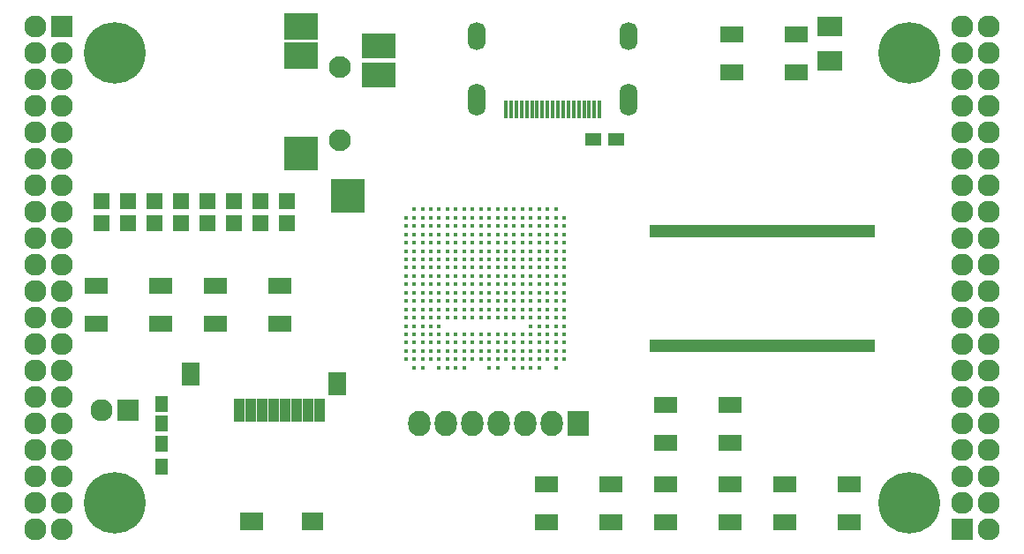
<source format=gts>
G04 #@! TF.FileFunction,Soldermask,Top*
%FSLAX46Y46*%
G04 Gerber Fmt 4.6, Leading zero omitted, Abs format (unit mm)*
G04 Created by KiCad (PCBNEW 4.0.5+dfsg1-4) date Thu May 18 12:18:00 2017*
%MOMM*%
%LPD*%
G01*
G04 APERTURE LIST*
%ADD10C,0.100000*%
%ADD11C,0.430000*%
%ADD12R,2.432000X1.924000*%
%ADD13R,1.100000X2.200000*%
%ADD14R,2.000000X1.800000*%
%ADD15R,2.200000X1.800000*%
%ADD16R,1.800000X2.300000*%
%ADD17R,2.200000X1.500000*%
%ADD18R,1.598880X1.598880*%
%ADD19R,3.200000X2.600000*%
%ADD20R,3.200000X3.200000*%
%ADD21R,3.200000X2.400000*%
%ADD22C,2.100000*%
%ADD23R,0.960000X1.300000*%
%ADD24O,1.700000X3.100000*%
%ADD25O,1.700000X2.700000*%
%ADD26R,0.350000X1.700000*%
%ADD27R,2.127200X2.127200*%
%ADD28O,2.127200X2.127200*%
%ADD29C,5.900000*%
%ADD30R,1.600000X1.300000*%
%ADD31R,2.127200X2.432000*%
%ADD32O,2.127200X2.432000*%
%ADD33R,1.150000X1.600000*%
%ADD34R,1.300000X1.600000*%
G04 APERTURE END LIST*
D10*
D11*
X131680000Y-80200000D03*
X132480000Y-80200000D03*
X133280000Y-80200000D03*
X134080000Y-80200000D03*
X134880000Y-80200000D03*
X135680000Y-80200000D03*
X136480000Y-80200000D03*
X137280000Y-80200000D03*
X138080000Y-80200000D03*
X138880000Y-80200000D03*
X139680000Y-80200000D03*
X140480000Y-80200000D03*
X141280000Y-80200000D03*
X142080000Y-80200000D03*
X142880000Y-80200000D03*
X143680000Y-80200000D03*
X144480000Y-80200000D03*
X145280000Y-80200000D03*
X130880000Y-81000000D03*
X131680000Y-81000000D03*
X132480000Y-81000000D03*
X133280000Y-81000000D03*
X134080000Y-81000000D03*
X134880000Y-81000000D03*
X135680000Y-81000000D03*
X136480000Y-81000000D03*
X137280000Y-81000000D03*
X138080000Y-81000000D03*
X138880000Y-81000000D03*
X139680000Y-81000000D03*
X140480000Y-81000000D03*
X141280000Y-81000000D03*
X142080000Y-81000000D03*
X142880000Y-81000000D03*
X143680000Y-81000000D03*
X144480000Y-81000000D03*
X145280000Y-81000000D03*
X146080000Y-81000000D03*
X130880000Y-81800000D03*
X131680000Y-81800000D03*
X132480000Y-81800000D03*
X133280000Y-81800000D03*
X134080000Y-81800000D03*
X134880000Y-81800000D03*
X135680000Y-81800000D03*
X136480000Y-81800000D03*
X137280000Y-81800000D03*
X138080000Y-81800000D03*
X138880000Y-81800000D03*
X139680000Y-81800000D03*
X140480000Y-81800000D03*
X141280000Y-81800000D03*
X142080000Y-81800000D03*
X142880000Y-81800000D03*
X143680000Y-81800000D03*
X144480000Y-81800000D03*
X145280000Y-81800000D03*
X146080000Y-81800000D03*
X130880000Y-82600000D03*
X131680000Y-82600000D03*
X132480000Y-82600000D03*
X133280000Y-82600000D03*
X134080000Y-82600000D03*
X134880000Y-82600000D03*
X135680000Y-82600000D03*
X136480000Y-82600000D03*
X137280000Y-82600000D03*
X138080000Y-82600000D03*
X138880000Y-82600000D03*
X139680000Y-82600000D03*
X140480000Y-82600000D03*
X141280000Y-82600000D03*
X142080000Y-82600000D03*
X142880000Y-82600000D03*
X143680000Y-82600000D03*
X144480000Y-82600000D03*
X145280000Y-82600000D03*
X146080000Y-82600000D03*
X130880000Y-83400000D03*
X131680000Y-83400000D03*
X132480000Y-83400000D03*
X133280000Y-83400000D03*
X134080000Y-83400000D03*
X134880000Y-83400000D03*
X135680000Y-83400000D03*
X136480000Y-83400000D03*
X137280000Y-83400000D03*
X138080000Y-83400000D03*
X138880000Y-83400000D03*
X139680000Y-83400000D03*
X140480000Y-83400000D03*
X141280000Y-83400000D03*
X142080000Y-83400000D03*
X142880000Y-83400000D03*
X143680000Y-83400000D03*
X144480000Y-83400000D03*
X145280000Y-83400000D03*
X146080000Y-83400000D03*
X130880000Y-84200000D03*
X131680000Y-84200000D03*
X132480000Y-84200000D03*
X133280000Y-84200000D03*
X134080000Y-84200000D03*
X134880000Y-84200000D03*
X135680000Y-84200000D03*
X136480000Y-84200000D03*
X137280000Y-84200000D03*
X138080000Y-84200000D03*
X138880000Y-84200000D03*
X139680000Y-84200000D03*
X140480000Y-84200000D03*
X141280000Y-84200000D03*
X142080000Y-84200000D03*
X142880000Y-84200000D03*
X143680000Y-84200000D03*
X144480000Y-84200000D03*
X145280000Y-84200000D03*
X146080000Y-84200000D03*
X130880000Y-85000000D03*
X131680000Y-85000000D03*
X132480000Y-85000000D03*
X133280000Y-85000000D03*
X134080000Y-85000000D03*
X134880000Y-85000000D03*
X135680000Y-85000000D03*
X136480000Y-85000000D03*
X137280000Y-85000000D03*
X138080000Y-85000000D03*
X138880000Y-85000000D03*
X139680000Y-85000000D03*
X140480000Y-85000000D03*
X141280000Y-85000000D03*
X142080000Y-85000000D03*
X142880000Y-85000000D03*
X143680000Y-85000000D03*
X144480000Y-85000000D03*
X145280000Y-85000000D03*
X146080000Y-85000000D03*
X130880000Y-85800000D03*
X131680000Y-85800000D03*
X132480000Y-85800000D03*
X133280000Y-85800000D03*
X134080000Y-85800000D03*
X134880000Y-85800000D03*
X135680000Y-85800000D03*
X136480000Y-85800000D03*
X137280000Y-85800000D03*
X138080000Y-85800000D03*
X138880000Y-85800000D03*
X139680000Y-85800000D03*
X140480000Y-85800000D03*
X141280000Y-85800000D03*
X142080000Y-85800000D03*
X142880000Y-85800000D03*
X143680000Y-85800000D03*
X144480000Y-85800000D03*
X145280000Y-85800000D03*
X146080000Y-85800000D03*
X130880000Y-86600000D03*
X131680000Y-86600000D03*
X132480000Y-86600000D03*
X133280000Y-86600000D03*
X134080000Y-86600000D03*
X134880000Y-86600000D03*
X135680000Y-86600000D03*
X136480000Y-86600000D03*
X137280000Y-86600000D03*
X138080000Y-86600000D03*
X138880000Y-86600000D03*
X139680000Y-86600000D03*
X140480000Y-86600000D03*
X141280000Y-86600000D03*
X142080000Y-86600000D03*
X142880000Y-86600000D03*
X143680000Y-86600000D03*
X144480000Y-86600000D03*
X145280000Y-86600000D03*
X146080000Y-86600000D03*
X130880000Y-87400000D03*
X131680000Y-87400000D03*
X132480000Y-87400000D03*
X133280000Y-87400000D03*
X134080000Y-87400000D03*
X134880000Y-87400000D03*
X135680000Y-87400000D03*
X136480000Y-87400000D03*
X137280000Y-87400000D03*
X138080000Y-87400000D03*
X138880000Y-87400000D03*
X139680000Y-87400000D03*
X140480000Y-87400000D03*
X141280000Y-87400000D03*
X142080000Y-87400000D03*
X142880000Y-87400000D03*
X143680000Y-87400000D03*
X144480000Y-87400000D03*
X145280000Y-87400000D03*
X146080000Y-87400000D03*
X130880000Y-88200000D03*
X131680000Y-88200000D03*
X132480000Y-88200000D03*
X133280000Y-88200000D03*
X134080000Y-88200000D03*
X134880000Y-88200000D03*
X135680000Y-88200000D03*
X136480000Y-88200000D03*
X137280000Y-88200000D03*
X138080000Y-88200000D03*
X138880000Y-88200000D03*
X139680000Y-88200000D03*
X140480000Y-88200000D03*
X141280000Y-88200000D03*
X142080000Y-88200000D03*
X142880000Y-88200000D03*
X143680000Y-88200000D03*
X144480000Y-88200000D03*
X145280000Y-88200000D03*
X146080000Y-88200000D03*
X130880000Y-89000000D03*
X131680000Y-89000000D03*
X132480000Y-89000000D03*
X133280000Y-89000000D03*
X134080000Y-89000000D03*
X134880000Y-89000000D03*
X135680000Y-89000000D03*
X136480000Y-89000000D03*
X137280000Y-89000000D03*
X138080000Y-89000000D03*
X138880000Y-89000000D03*
X139680000Y-89000000D03*
X140480000Y-89000000D03*
X141280000Y-89000000D03*
X142080000Y-89000000D03*
X142880000Y-89000000D03*
X143680000Y-89000000D03*
X144480000Y-89000000D03*
X145280000Y-89000000D03*
X146080000Y-89000000D03*
X130880000Y-89800000D03*
X131680000Y-89800000D03*
X132480000Y-89800000D03*
X133280000Y-89800000D03*
X134080000Y-89800000D03*
X134880000Y-89800000D03*
X135680000Y-89800000D03*
X136480000Y-89800000D03*
X137280000Y-89800000D03*
X138080000Y-89800000D03*
X138880000Y-89800000D03*
X139680000Y-89800000D03*
X140480000Y-89800000D03*
X141280000Y-89800000D03*
X142080000Y-89800000D03*
X142880000Y-89800000D03*
X143680000Y-89800000D03*
X144480000Y-89800000D03*
X145280000Y-89800000D03*
X146080000Y-89800000D03*
X130880000Y-90600000D03*
X131680000Y-90600000D03*
X132480000Y-90600000D03*
X133280000Y-90600000D03*
X134080000Y-90600000D03*
X134880000Y-90600000D03*
X135680000Y-90600000D03*
X136480000Y-90600000D03*
X137280000Y-90600000D03*
X138080000Y-90600000D03*
X138880000Y-90600000D03*
X139680000Y-90600000D03*
X140480000Y-90600000D03*
X141280000Y-90600000D03*
X142080000Y-90600000D03*
X142880000Y-90600000D03*
X143680000Y-90600000D03*
X144480000Y-90600000D03*
X145280000Y-90600000D03*
X146080000Y-90600000D03*
X130880000Y-91400000D03*
X131680000Y-91400000D03*
X132480000Y-91400000D03*
X133280000Y-91400000D03*
X134080000Y-91400000D03*
X142880000Y-91400000D03*
X143680000Y-91400000D03*
X144480000Y-91400000D03*
X145280000Y-91400000D03*
X146080000Y-91400000D03*
X130880000Y-92200000D03*
X131680000Y-92200000D03*
X132480000Y-92200000D03*
X133280000Y-92200000D03*
X134080000Y-92200000D03*
X134880000Y-92200000D03*
X135680000Y-92200000D03*
X136480000Y-92200000D03*
X137280000Y-92200000D03*
X138080000Y-92200000D03*
X138880000Y-92200000D03*
X139680000Y-92200000D03*
X140480000Y-92200000D03*
X141280000Y-92200000D03*
X142080000Y-92200000D03*
X142880000Y-92200000D03*
X143680000Y-92200000D03*
X144480000Y-92200000D03*
X145280000Y-92200000D03*
X146080000Y-92200000D03*
X130880000Y-93000000D03*
X131680000Y-93000000D03*
X132480000Y-93000000D03*
X133280000Y-93000000D03*
X134080000Y-93000000D03*
X134880000Y-93000000D03*
X135680000Y-93000000D03*
X136480000Y-93000000D03*
X137280000Y-93000000D03*
X138080000Y-93000000D03*
X138880000Y-93000000D03*
X139680000Y-93000000D03*
X140480000Y-93000000D03*
X141280000Y-93000000D03*
X142080000Y-93000000D03*
X142880000Y-93000000D03*
X143680000Y-93000000D03*
X144480000Y-93000000D03*
X145280000Y-93000000D03*
X146080000Y-93000000D03*
X130880000Y-93800000D03*
X131680000Y-93800000D03*
X132480000Y-93800000D03*
X133280000Y-93800000D03*
X134080000Y-93800000D03*
X134880000Y-93800000D03*
X135680000Y-93800000D03*
X136480000Y-93800000D03*
X137280000Y-93800000D03*
X138080000Y-93800000D03*
X138880000Y-93800000D03*
X139680000Y-93800000D03*
X140480000Y-93800000D03*
X141280000Y-93800000D03*
X142080000Y-93800000D03*
X142880000Y-93800000D03*
X143680000Y-93800000D03*
X144480000Y-93800000D03*
X145280000Y-93800000D03*
X146080000Y-93800000D03*
X130880000Y-94600000D03*
X131680000Y-94600000D03*
X132480000Y-94600000D03*
X133280000Y-94600000D03*
X134080000Y-94600000D03*
X134880000Y-94600000D03*
X135680000Y-94600000D03*
X136480000Y-94600000D03*
X137280000Y-94600000D03*
X138080000Y-94600000D03*
X138880000Y-94600000D03*
X139680000Y-94600000D03*
X140480000Y-94600000D03*
X141280000Y-94600000D03*
X142080000Y-94600000D03*
X142880000Y-94600000D03*
X143680000Y-94600000D03*
X144480000Y-94600000D03*
X145280000Y-94600000D03*
X146080000Y-94600000D03*
X131680000Y-95400000D03*
X132480000Y-95400000D03*
X134080000Y-95400000D03*
X134880000Y-95400000D03*
X135680000Y-95400000D03*
X136480000Y-95400000D03*
X138880000Y-95400000D03*
X139680000Y-95400000D03*
X141280000Y-95400000D03*
X142080000Y-95400000D03*
X142880000Y-95400000D03*
X143680000Y-95400000D03*
X145280000Y-95400000D03*
D12*
X171570000Y-65992000D03*
X171570000Y-62690000D03*
D13*
X114930000Y-99520000D03*
X116030000Y-99520000D03*
X117130000Y-99520000D03*
X118230000Y-99520000D03*
X119330000Y-99520000D03*
X120430000Y-99520000D03*
X121530000Y-99520000D03*
X122630000Y-99520000D03*
D14*
X121920000Y-110120000D03*
D15*
X116120000Y-110120000D03*
D16*
X124320000Y-96970000D03*
X110270000Y-95970000D03*
D17*
X101160000Y-87510000D03*
X107360000Y-87510000D03*
X101160000Y-91210000D03*
X107360000Y-91210000D03*
X112590000Y-87510000D03*
X118790000Y-87510000D03*
X112590000Y-91210000D03*
X118790000Y-91210000D03*
X155770000Y-98940000D03*
X161970000Y-98940000D03*
X155770000Y-102640000D03*
X161970000Y-102640000D03*
X161970000Y-110260000D03*
X155770000Y-110260000D03*
X161970000Y-106560000D03*
X155770000Y-106560000D03*
X150540000Y-110260000D03*
X144340000Y-110260000D03*
X150540000Y-106560000D03*
X144340000Y-106560000D03*
X173400000Y-110260000D03*
X167200000Y-110260000D03*
X173400000Y-106560000D03*
X167200000Y-106560000D03*
D18*
X119500000Y-81519020D03*
X119500000Y-79420980D03*
X116960000Y-81519020D03*
X116960000Y-79420980D03*
X114420000Y-81519020D03*
X114420000Y-79420980D03*
X111880000Y-81519020D03*
X111880000Y-79420980D03*
X109340000Y-81519020D03*
X109340000Y-79420980D03*
X106800000Y-81519020D03*
X106800000Y-79420980D03*
X104260000Y-81519020D03*
X104260000Y-79420980D03*
X101720000Y-81519020D03*
X101720000Y-79420980D03*
D19*
X120880000Y-62640000D03*
X120880000Y-65440000D03*
D20*
X120880000Y-74840000D03*
X125330000Y-78940000D03*
D21*
X128280000Y-67340000D03*
X128280000Y-64540000D03*
D22*
X124580000Y-66540000D03*
X124580000Y-73540000D03*
D23*
X175480000Y-82270000D03*
X154680000Y-93330000D03*
X155480000Y-93330000D03*
X156280000Y-93330000D03*
X157080000Y-93330000D03*
X157880000Y-93330000D03*
X158680000Y-93330000D03*
X159480000Y-93330000D03*
X160280000Y-93330000D03*
X161080000Y-93330000D03*
X161880000Y-93330000D03*
X162680000Y-93330000D03*
X163480000Y-93330000D03*
X164280000Y-93330000D03*
X165080000Y-93330000D03*
X165880000Y-93330000D03*
X166680000Y-93330000D03*
X167480000Y-93330000D03*
X168280000Y-93330000D03*
X169080000Y-93330000D03*
X169880000Y-93330000D03*
X170680000Y-93330000D03*
X171480000Y-93330000D03*
X172280000Y-93330000D03*
X173080000Y-93330000D03*
X173880000Y-93330000D03*
X174680000Y-93330000D03*
X175480000Y-93330000D03*
X174680000Y-82270000D03*
X173880000Y-82270000D03*
X173080000Y-82270000D03*
X172280000Y-82270000D03*
X171480000Y-82270000D03*
X170680000Y-82270000D03*
X169880000Y-82270000D03*
X169080000Y-82270000D03*
X168280000Y-82270000D03*
X167480000Y-82270000D03*
X166680000Y-82270000D03*
X165880000Y-82270000D03*
X165080000Y-82270000D03*
X164280000Y-82270000D03*
X163480000Y-82270000D03*
X162680000Y-82270000D03*
X161880000Y-82270000D03*
X161080000Y-82270000D03*
X160280000Y-82270000D03*
X159480000Y-82270000D03*
X158680000Y-82270000D03*
X157880000Y-82270000D03*
X157080000Y-82270000D03*
X156280000Y-82270000D03*
X155480000Y-82270000D03*
X154680000Y-82270000D03*
D24*
X152280000Y-69650000D03*
X137680000Y-69650000D03*
D25*
X137680000Y-63600000D03*
D26*
X140480000Y-70600000D03*
X140980000Y-70600000D03*
X141480000Y-70600000D03*
X141980000Y-70600000D03*
X142480000Y-70600000D03*
X142980000Y-70600000D03*
X143480000Y-70600000D03*
X143980000Y-70600000D03*
X144480000Y-70600000D03*
X144980000Y-70600000D03*
X145480000Y-70600000D03*
X145980000Y-70600000D03*
X146480000Y-70600000D03*
X146980000Y-70600000D03*
X147480000Y-70600000D03*
X147980000Y-70600000D03*
X148480000Y-70600000D03*
X148980000Y-70600000D03*
X149480000Y-70600000D03*
D25*
X152280000Y-63600000D03*
D27*
X97910000Y-62690000D03*
D28*
X95370000Y-62690000D03*
X97910000Y-65230000D03*
X95370000Y-65230000D03*
X97910000Y-67770000D03*
X95370000Y-67770000D03*
X97910000Y-70310000D03*
X95370000Y-70310000D03*
X97910000Y-72850000D03*
X95370000Y-72850000D03*
X97910000Y-75390000D03*
X95370000Y-75390000D03*
X97910000Y-77930000D03*
X95370000Y-77930000D03*
X97910000Y-80470000D03*
X95370000Y-80470000D03*
X97910000Y-83010000D03*
X95370000Y-83010000D03*
X97910000Y-85550000D03*
X95370000Y-85550000D03*
X97910000Y-88090000D03*
X95370000Y-88090000D03*
X97910000Y-90630000D03*
X95370000Y-90630000D03*
X97910000Y-93170000D03*
X95370000Y-93170000D03*
X97910000Y-95710000D03*
X95370000Y-95710000D03*
X97910000Y-98250000D03*
X95370000Y-98250000D03*
X97910000Y-100790000D03*
X95370000Y-100790000D03*
X97910000Y-103330000D03*
X95370000Y-103330000D03*
X97910000Y-105870000D03*
X95370000Y-105870000D03*
X97910000Y-108410000D03*
X95370000Y-108410000D03*
X97910000Y-110950000D03*
X95370000Y-110950000D03*
D27*
X184270000Y-110950000D03*
D28*
X186810000Y-110950000D03*
X184270000Y-108410000D03*
X186810000Y-108410000D03*
X184270000Y-105870000D03*
X186810000Y-105870000D03*
X184270000Y-103330000D03*
X186810000Y-103330000D03*
X184270000Y-100790000D03*
X186810000Y-100790000D03*
X184270000Y-98250000D03*
X186810000Y-98250000D03*
X184270000Y-95710000D03*
X186810000Y-95710000D03*
X184270000Y-93170000D03*
X186810000Y-93170000D03*
X184270000Y-90630000D03*
X186810000Y-90630000D03*
X184270000Y-88090000D03*
X186810000Y-88090000D03*
X184270000Y-85550000D03*
X186810000Y-85550000D03*
X184270000Y-83010000D03*
X186810000Y-83010000D03*
X184270000Y-80470000D03*
X186810000Y-80470000D03*
X184270000Y-77930000D03*
X186810000Y-77930000D03*
X184270000Y-75390000D03*
X186810000Y-75390000D03*
X184270000Y-72850000D03*
X186810000Y-72850000D03*
X184270000Y-70310000D03*
X186810000Y-70310000D03*
X184270000Y-67770000D03*
X186810000Y-67770000D03*
X184270000Y-65230000D03*
X186810000Y-65230000D03*
X184270000Y-62690000D03*
X186810000Y-62690000D03*
D29*
X102990000Y-108410000D03*
X179190000Y-108410000D03*
X179190000Y-65230000D03*
X102990000Y-65230000D03*
D17*
X168320000Y-67080000D03*
X162120000Y-67080000D03*
X168320000Y-63380000D03*
X162120000Y-63380000D03*
D30*
X151080000Y-73485000D03*
X148880000Y-73485000D03*
D27*
X104260000Y-99520000D03*
D28*
X101720000Y-99520000D03*
D31*
X147440000Y-100790000D03*
D32*
X144900000Y-100790000D03*
X142360000Y-100790000D03*
X139820000Y-100790000D03*
X137280000Y-100790000D03*
X134740000Y-100790000D03*
X132200000Y-100790000D03*
D33*
X107480000Y-100750000D03*
X107480000Y-98850000D03*
D34*
X107480000Y-102700000D03*
X107480000Y-104900000D03*
M02*

</source>
